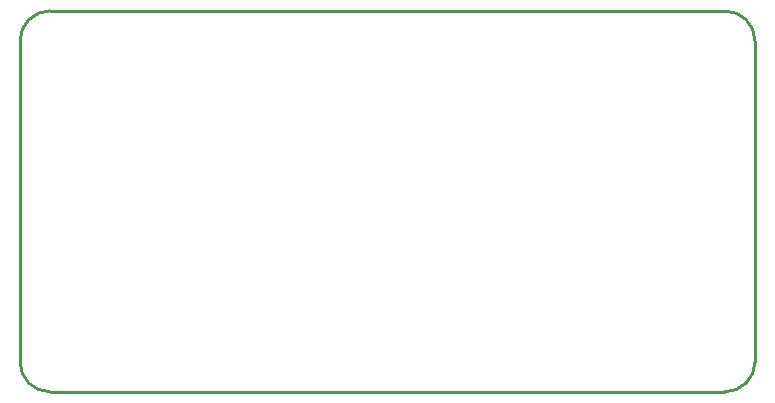
<source format=gko>
G04 Layer: BoardOutlineLayer*
G04 EasyEDA Pro v2.2.45.4, 2025-12-20 17:50:56*
G04 Gerber Generator version 0.3*
G04 Scale: 100 percent, Rotated: No, Reflected: No*
G04 Dimensions in millimeters*
G04 Leading zeros omitted, absolute positions, 4 integers and 5 decimals*
G04 Generated by one-click*
%FSLAX45Y45*%
%MOMM*%
%ADD10C,0.254*%
%ADD11C,0.6887*%
G75*


G04 Rect Start*
G54D10*
G01X-4610100Y-2311400D02*
G01X-4610100Y406400D01*
G02X-4356100Y660400I254000J0D01*
G01X1358900Y660400D01*
G02X1612900Y406400I0J-254000D01*
G01X1612900Y-2311400D01*
G02X1358900Y-2565400I-254000J0D01*
G01X-4356100Y-2565400D01*
G02X-4610100Y-2311400I0J254000D01*
G04 Rect End*

M02*


</source>
